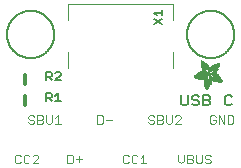
<source format=gbr>
G04 EAGLE Gerber RS-274X export*
G75*
%MOMM*%
%FSLAX34Y34*%
%LPD*%
%INSilkscreen Top*%
%IPPOS*%
%AMOC8*
5,1,8,0,0,1.08239X$1,22.5*%
G01*
%ADD10C,0.101600*%
%ADD11C,0.152400*%
%ADD12C,0.203200*%
%ADD13R,0.034300X0.003800*%
%ADD14R,0.057200X0.003800*%
%ADD15R,0.076200X0.003800*%
%ADD16R,0.091400X0.003800*%
%ADD17R,0.102900X0.003800*%
%ADD18R,0.114300X0.003900*%
%ADD19R,0.129500X0.003800*%
%ADD20R,0.137200X0.003800*%
%ADD21R,0.144800X0.003800*%
%ADD22R,0.152400X0.003800*%
%ADD23R,0.160000X0.003800*%
%ADD24R,0.171500X0.003800*%
%ADD25R,0.175300X0.003800*%
%ADD26R,0.182900X0.003800*%
%ADD27R,0.190500X0.003800*%
%ADD28R,0.194300X0.003900*%
%ADD29R,0.201900X0.003800*%
%ADD30R,0.209500X0.003800*%
%ADD31R,0.213400X0.003800*%
%ADD32R,0.221000X0.003800*%
%ADD33R,0.224800X0.003800*%
%ADD34R,0.232400X0.003800*%
%ADD35R,0.240000X0.003800*%
%ADD36R,0.243800X0.003800*%
%ADD37R,0.247600X0.003800*%
%ADD38R,0.255300X0.003900*%
%ADD39R,0.259100X0.003800*%
%ADD40R,0.262900X0.003800*%
%ADD41R,0.270500X0.003800*%
%ADD42R,0.274300X0.003800*%
%ADD43R,0.281900X0.003800*%
%ADD44R,0.285700X0.003800*%
%ADD45R,0.289500X0.003800*%
%ADD46R,0.297200X0.003800*%
%ADD47R,0.301000X0.003800*%
%ADD48R,0.304800X0.003900*%
%ADD49R,0.312400X0.003800*%
%ADD50R,0.316200X0.003800*%
%ADD51R,0.320000X0.003800*%
%ADD52R,0.327600X0.003800*%
%ADD53R,0.331500X0.003800*%
%ADD54R,0.339100X0.003800*%
%ADD55R,0.342900X0.003800*%
%ADD56R,0.346700X0.003800*%
%ADD57R,0.354300X0.003800*%
%ADD58R,0.358100X0.003900*%
%ADD59R,0.361900X0.003800*%
%ADD60R,0.369600X0.003800*%
%ADD61R,0.373400X0.003800*%
%ADD62R,0.377200X0.003800*%
%ADD63R,0.384800X0.003800*%
%ADD64R,0.388600X0.003800*%
%ADD65R,0.396200X0.003800*%
%ADD66R,0.400000X0.003800*%
%ADD67R,0.403800X0.003800*%
%ADD68R,0.411500X0.003900*%
%ADD69R,0.415300X0.003800*%
%ADD70R,0.419100X0.003800*%
%ADD71R,0.045700X0.003800*%
%ADD72R,0.426700X0.003800*%
%ADD73R,0.072400X0.003800*%
%ADD74R,0.430500X0.003800*%
%ADD75R,0.095300X0.003800*%
%ADD76R,0.438100X0.003800*%
%ADD77R,0.110500X0.003800*%
%ADD78R,0.441900X0.003800*%
%ADD79R,0.445800X0.003800*%
%ADD80R,0.144700X0.003800*%
%ADD81R,0.453400X0.003800*%
%ADD82R,0.457200X0.003800*%
%ADD83R,0.175300X0.003900*%
%ADD84R,0.461000X0.003900*%
%ADD85R,0.468600X0.003800*%
%ADD86R,0.205800X0.003800*%
%ADD87R,0.472400X0.003800*%
%ADD88R,0.217200X0.003800*%
%ADD89R,0.476200X0.003800*%
%ADD90R,0.483900X0.003800*%
%ADD91R,0.247700X0.003800*%
%ADD92R,0.487700X0.003800*%
%ADD93R,0.495300X0.003800*%
%ADD94R,0.499100X0.003800*%
%ADD95R,0.502900X0.003800*%
%ADD96R,0.510500X0.003800*%
%ADD97R,0.308600X0.003900*%
%ADD98R,0.514300X0.003900*%
%ADD99R,0.323800X0.003800*%
%ADD100R,0.518100X0.003800*%
%ADD101R,0.335300X0.003800*%
%ADD102R,0.525800X0.003800*%
%ADD103R,0.529600X0.003800*%
%ADD104R,0.358100X0.003800*%
%ADD105R,0.533400X0.003800*%
%ADD106R,0.537200X0.003800*%
%ADD107R,0.381000X0.003800*%
%ADD108R,0.544800X0.003800*%
%ADD109R,0.392400X0.003800*%
%ADD110R,0.548600X0.003800*%
%ADD111R,0.552400X0.003800*%
%ADD112R,0.556200X0.003800*%
%ADD113R,0.422900X0.003900*%
%ADD114R,0.560100X0.003900*%
%ADD115R,0.434300X0.003800*%
%ADD116R,0.563900X0.003800*%
%ADD117R,0.567700X0.003800*%
%ADD118R,0.461000X0.003800*%
%ADD119R,0.571500X0.003800*%
%ADD120R,0.575300X0.003800*%
%ADD121R,0.480100X0.003800*%
%ADD122R,0.579100X0.003800*%
%ADD123R,0.491500X0.003800*%
%ADD124R,0.582900X0.003800*%
%ADD125R,0.586700X0.003800*%
%ADD126R,0.510600X0.003800*%
%ADD127R,0.590500X0.003800*%
%ADD128R,0.522000X0.003800*%
%ADD129R,0.594300X0.003800*%
%ADD130R,0.533400X0.003900*%
%ADD131R,0.598200X0.003900*%
%ADD132R,0.541000X0.003800*%
%ADD133R,0.602000X0.003800*%
%ADD134R,0.552500X0.003800*%
%ADD135R,0.605800X0.003800*%
%ADD136R,0.560100X0.003800*%
%ADD137R,0.609600X0.003800*%
%ADD138R,0.613400X0.003800*%
%ADD139R,0.583000X0.003800*%
%ADD140R,0.617200X0.003800*%
%ADD141R,0.594400X0.003800*%
%ADD142R,0.621000X0.003800*%
%ADD143R,0.598200X0.003800*%
%ADD144R,0.624800X0.003800*%
%ADD145R,0.613500X0.003900*%
%ADD146R,0.628600X0.003900*%
%ADD147R,0.632400X0.003800*%
%ADD148R,0.628600X0.003800*%
%ADD149R,0.636300X0.003800*%
%ADD150R,0.640100X0.003800*%
%ADD151R,0.636200X0.003800*%
%ADD152R,0.643900X0.003800*%
%ADD153R,0.647700X0.003800*%
%ADD154R,0.651500X0.003800*%
%ADD155R,0.659100X0.003800*%
%ADD156R,0.659100X0.003900*%
%ADD157R,0.655300X0.003900*%
%ADD158R,0.662900X0.003800*%
%ADD159R,0.655300X0.003800*%
%ADD160R,0.670500X0.003800*%
%ADD161R,0.670600X0.003800*%
%ADD162R,0.674400X0.003800*%
%ADD163R,0.682000X0.003800*%
%ADD164R,0.666700X0.003800*%
%ADD165R,0.685800X0.003800*%
%ADD166R,0.689600X0.003800*%
%ADD167R,0.693400X0.003900*%
%ADD168R,0.674400X0.003900*%
%ADD169R,0.697200X0.003800*%
%ADD170R,0.678200X0.003800*%
%ADD171R,0.697300X0.003800*%
%ADD172R,0.701100X0.003800*%
%ADD173R,0.704900X0.003800*%
%ADD174R,0.708700X0.003800*%
%ADD175R,0.712500X0.003800*%
%ADD176R,0.716300X0.003800*%
%ADD177R,0.720100X0.003900*%
%ADD178R,0.689600X0.003900*%
%ADD179R,0.720000X0.003800*%
%ADD180R,0.693400X0.003800*%
%ADD181R,0.723900X0.003800*%
%ADD182R,0.727700X0.003800*%
%ADD183R,0.731500X0.003800*%
%ADD184R,0.701000X0.003800*%
%ADD185R,0.735300X0.003800*%
%ADD186R,0.731500X0.003900*%
%ADD187R,0.701000X0.003900*%
%ADD188R,0.704800X0.003800*%
%ADD189R,0.739100X0.003800*%
%ADD190R,0.743000X0.003800*%
%ADD191R,0.739200X0.003800*%
%ADD192R,0.743000X0.003900*%
%ADD193R,0.704800X0.003900*%
%ADD194R,0.746800X0.003800*%
%ADD195R,0.746800X0.003900*%
%ADD196R,0.742900X0.003800*%
%ADD197R,0.746700X0.003800*%
%ADD198R,0.746700X0.003900*%
%ADD199R,1.428800X0.003800*%
%ADD200R,1.424900X0.003800*%
%ADD201R,1.421100X0.003900*%
%ADD202R,1.421100X0.003800*%
%ADD203R,1.417300X0.003800*%
%ADD204R,1.413500X0.003800*%
%ADD205R,1.409700X0.003800*%
%ADD206R,1.405900X0.003800*%
%ADD207R,1.402100X0.003800*%
%ADD208R,1.398300X0.003800*%
%ADD209R,0.983000X0.003900*%
%ADD210R,0.384800X0.003900*%
%ADD211R,0.971600X0.003800*%
%ADD212R,0.963900X0.003800*%
%ADD213R,0.956300X0.003800*%
%ADD214R,0.365800X0.003800*%
%ADD215R,0.952500X0.003800*%
%ADD216R,0.941000X0.003800*%
%ADD217R,0.358200X0.003800*%
%ADD218R,0.937200X0.003800*%
%ADD219R,0.933400X0.003800*%
%ADD220R,0.354400X0.003800*%
%ADD221R,0.925800X0.003800*%
%ADD222R,0.350500X0.003800*%
%ADD223R,0.922000X0.003800*%
%ADD224R,0.918200X0.003900*%
%ADD225R,0.346700X0.003900*%
%ADD226R,0.910600X0.003800*%
%ADD227R,0.906800X0.003800*%
%ADD228R,0.903000X0.003800*%
%ADD229R,0.339000X0.003800*%
%ADD230R,0.895300X0.003800*%
%ADD231R,0.335200X0.003800*%
%ADD232R,0.887700X0.003800*%
%ADD233R,0.883900X0.003800*%
%ADD234R,0.331400X0.003800*%
%ADD235R,0.880100X0.003800*%
%ADD236R,0.876300X0.003800*%
%ADD237R,0.468600X0.003900*%
%ADD238R,0.396200X0.003900*%
%ADD239R,0.323800X0.003900*%
%ADD240R,0.449600X0.003800*%
%ADD241R,0.323900X0.003800*%
%ADD242R,0.442000X0.003800*%
%ADD243R,0.434400X0.003800*%
%ADD244R,0.320100X0.003800*%
%ADD245R,0.316300X0.003800*%
%ADD246R,0.426800X0.003800*%
%ADD247R,0.327700X0.003800*%
%ADD248R,0.312500X0.003800*%
%ADD249R,0.422900X0.003800*%
%ADD250R,0.308600X0.003800*%
%ADD251R,0.293400X0.003800*%
%ADD252R,0.304800X0.003800*%
%ADD253R,0.419100X0.003900*%
%ADD254R,0.285700X0.003900*%
%ADD255R,0.301000X0.003900*%
%ADD256R,0.411500X0.003800*%
%ADD257R,0.407700X0.003800*%
%ADD258R,0.289600X0.003800*%
%ADD259R,0.285800X0.003800*%
%ADD260R,0.403900X0.003800*%
%ADD261R,0.228600X0.003800*%
%ADD262R,0.403900X0.003900*%
%ADD263R,0.221000X0.003900*%
%ADD264R,0.278100X0.003900*%
%ADD265R,0.400100X0.003800*%
%ADD266R,0.209600X0.003800*%
%ADD267R,0.266700X0.003800*%
%ADD268R,0.038100X0.003800*%
%ADD269R,0.194300X0.003800*%
%ADD270R,0.148600X0.003800*%
%ADD271R,0.259000X0.003800*%
%ADD272R,0.182800X0.003800*%
%ADD273R,0.186700X0.003800*%
%ADD274R,0.251400X0.003800*%
%ADD275R,0.179100X0.003800*%
%ADD276R,0.236200X0.003800*%
%ADD277R,0.243900X0.003900*%
%ADD278R,0.282000X0.003900*%
%ADD279R,0.167700X0.003800*%
%ADD280R,0.236300X0.003800*%
%ADD281R,0.396300X0.003800*%
%ADD282R,0.163900X0.003800*%
%ADD283R,0.392500X0.003800*%
%ADD284R,0.160100X0.003800*%
%ADD285R,0.586800X0.003800*%
%ADD286R,0.148500X0.003800*%
%ADD287R,0.140900X0.003800*%
%ADD288R,0.392400X0.003900*%
%ADD289R,0.140900X0.003900*%
%ADD290R,0.647700X0.003900*%
%ADD291R,0.133300X0.003800*%
%ADD292R,0.674300X0.003800*%
%ADD293R,0.388700X0.003800*%
%ADD294R,0.125700X0.003800*%
%ADD295R,0.121900X0.003800*%
%ADD296R,0.720100X0.003800*%
%ADD297R,0.118100X0.003800*%
%ADD298R,0.118100X0.003900*%
%ADD299R,0.739100X0.003900*%
%ADD300R,0.114300X0.003800*%
%ADD301R,0.754400X0.003800*%
%ADD302R,0.765800X0.003800*%
%ADD303R,0.773400X0.003800*%
%ADD304R,0.784800X0.003800*%
%ADD305R,0.118200X0.003800*%
%ADD306R,0.792500X0.003800*%
%ADD307R,0.803900X0.003800*%
%ADD308R,0.122000X0.003800*%
%ADD309R,0.815400X0.003800*%
%ADD310R,0.125800X0.003800*%
%ADD311R,0.826800X0.003800*%
%ADD312R,0.369500X0.003900*%
%ADD313R,0.133400X0.003900*%
%ADD314R,0.842000X0.003900*%
%ADD315R,0.365700X0.003800*%
%ADD316R,1.009700X0.003800*%
%ADD317R,1.013500X0.003800*%
%ADD318R,0.362000X0.003800*%
%ADD319R,1.024900X0.003800*%
%ADD320R,1.028700X0.003800*%
%ADD321R,1.036300X0.003800*%
%ADD322R,1.047800X0.003800*%
%ADD323R,1.055400X0.003800*%
%ADD324R,1.070600X0.003800*%
%ADD325R,0.030500X0.003800*%
%ADD326R,1.436400X0.003800*%
%ADD327R,1.562100X0.003900*%
%ADD328R,1.588700X0.003800*%
%ADD329R,1.607800X0.003800*%
%ADD330R,1.626900X0.003800*%
%ADD331R,1.642100X0.003800*%
%ADD332R,1.657400X0.003800*%
%ADD333R,1.676400X0.003800*%
%ADD334R,1.687800X0.003800*%
%ADD335R,1.703000X0.003800*%
%ADD336R,1.714500X0.003800*%
%ADD337R,1.726000X0.003900*%
%ADD338R,1.741200X0.003800*%
%ADD339R,0.914400X0.003800*%
%ADD340R,0.769600X0.003800*%
%ADD341R,0.884000X0.003800*%
%ADD342R,0.712400X0.003800*%
%ADD343R,0.880100X0.003900*%
%ADD344R,0.887800X0.003800*%
%ADD345R,0.891600X0.003800*%
%ADD346R,0.895400X0.003800*%
%ADD347R,0.251500X0.003800*%
%ADD348R,0.579200X0.003900*%
%ADD349R,0.243900X0.003800*%
%ADD350R,0.556300X0.003800*%
%ADD351R,0.255200X0.003800*%
%ADD352R,0.529500X0.003800*%
%ADD353R,0.731600X0.003800*%
%ADD354R,0.525800X0.003900*%
%ADD355R,0.281900X0.003900*%
%ADD356R,0.735400X0.003900*%
%ADD357R,0.300900X0.003800*%
%ADD358R,0.762000X0.003800*%
%ADD359R,0.518200X0.003800*%
%ADD360R,0.350600X0.003800*%
%ADD361R,0.796300X0.003800*%
%ADD362R,0.807800X0.003800*%
%ADD363R,0.506700X0.003800*%
%ADD364R,0.849600X0.003800*%
%ADD365R,0.506700X0.003900*%
%ADD366R,1.371600X0.003900*%
%ADD367R,1.207800X0.003800*%
%ADD368R,0.503000X0.003800*%
%ADD369R,0.141000X0.003800*%
%ADD370R,1.203900X0.003800*%
%ADD371R,1.204000X0.003800*%
%ADD372R,1.200200X0.003800*%
%ADD373R,0.499100X0.003900*%
%ADD374R,0.156200X0.003900*%
%ADD375R,1.196400X0.003900*%
%ADD376R,1.196400X0.003800*%
%ADD377R,0.163800X0.003800*%
%ADD378R,0.167600X0.003800*%
%ADD379R,1.192500X0.003800*%
%ADD380R,0.499200X0.003800*%
%ADD381R,1.188700X0.003800*%
%ADD382R,0.506800X0.003800*%
%ADD383R,1.184900X0.003800*%
%ADD384R,0.510600X0.003900*%
%ADD385R,0.209600X0.003900*%
%ADD386R,1.181100X0.003900*%
%ADD387R,0.514400X0.003800*%
%ADD388R,1.181100X0.003800*%
%ADD389R,1.177300X0.003800*%
%ADD390R,0.240100X0.003800*%
%ADD391R,1.173500X0.003800*%
%ADD392R,1.169700X0.003800*%
%ADD393R,1.165900X0.003800*%
%ADD394R,1.162100X0.003800*%
%ADD395R,0.929700X0.003900*%
%ADD396R,1.162100X0.003900*%
%ADD397R,0.929700X0.003800*%
%ADD398R,1.154500X0.003800*%
%ADD399R,0.933500X0.003800*%
%ADD400R,1.150600X0.003800*%
%ADD401R,0.937300X0.003800*%
%ADD402R,1.146800X0.003800*%
%ADD403R,0.941100X0.003800*%
%ADD404R,1.139200X0.003800*%
%ADD405R,0.944900X0.003800*%
%ADD406R,1.135400X0.003800*%
%ADD407R,0.948700X0.003800*%
%ADD408R,1.127800X0.003800*%
%ADD409R,1.124000X0.003800*%
%ADD410R,1.116400X0.003800*%
%ADD411R,0.956300X0.003900*%
%ADD412R,1.104900X0.003900*%
%ADD413R,0.960100X0.003800*%
%ADD414R,1.093500X0.003800*%
%ADD415R,1.085900X0.003800*%
%ADD416R,0.967800X0.003800*%
%ADD417R,1.074500X0.003800*%
%ADD418R,1.063000X0.003800*%
%ADD419R,0.975400X0.003800*%
%ADD420R,1.036400X0.003800*%
%ADD421R,0.979200X0.003800*%
%ADD422R,1.021000X0.003800*%
%ADD423R,0.983000X0.003800*%
%ADD424R,1.009600X0.003800*%
%ADD425R,0.986800X0.003800*%
%ADD426R,0.998200X0.003800*%
%ADD427R,0.990600X0.003900*%
%ADD428R,0.986700X0.003900*%
%ADD429R,0.994400X0.003800*%
%ADD430R,0.975300X0.003800*%
%ADD431R,0.948600X0.003800*%
%ADD432R,1.002000X0.003800*%
%ADD433R,0.213300X0.003800*%
%ADD434R,0.217100X0.003800*%
%ADD435R,1.017300X0.003800*%
%ADD436R,0.666800X0.003800*%
%ADD437R,0.220900X0.003800*%
%ADD438R,1.028700X0.003900*%
%ADD439R,0.224700X0.003900*%
%ADD440R,1.032500X0.003800*%
%ADD441R,1.040100X0.003800*%
%ADD442R,1.043900X0.003800*%
%ADD443R,0.548700X0.003800*%
%ADD444R,1.051500X0.003800*%
%ADD445R,1.055300X0.003800*%
%ADD446R,1.059100X0.003800*%
%ADD447R,1.062900X0.003800*%
%ADD448R,0.255300X0.003800*%
%ADD449R,1.066800X0.003900*%
%ADD450R,0.259100X0.003900*%
%ADD451R,0.457200X0.003900*%
%ADD452R,0.423000X0.003800*%
%ADD453R,1.082100X0.003800*%
%ADD454R,0.274400X0.003800*%
%ADD455R,0.278200X0.003800*%
%ADD456R,1.101100X0.003800*%
%ADD457R,0.278100X0.003800*%
%ADD458R,0.876300X0.003900*%
%ADD459R,0.236200X0.003900*%
%ADD460R,0.289600X0.003900*%
%ADD461R,0.247700X0.003900*%
%ADD462R,0.049500X0.003800*%
%ADD463R,0.640100X0.003900*%
%ADD464R,0.659200X0.003800*%
%ADD465R,0.663000X0.003800*%
%ADD466R,0.872500X0.003900*%
%ADD467R,0.666800X0.003900*%
%ADD468R,0.872500X0.003800*%
%ADD469R,0.868700X0.003800*%
%ADD470R,0.864900X0.003800*%
%ADD471R,0.861100X0.003800*%
%ADD472R,0.857300X0.003800*%
%ADD473R,0.853400X0.003800*%
%ADD474R,0.845800X0.003800*%
%ADD475R,0.682000X0.003900*%
%ADD476R,0.842000X0.003800*%
%ADD477R,0.834400X0.003800*%
%ADD478R,0.823000X0.003800*%
%ADD479R,0.815300X0.003800*%
%ADD480R,0.811500X0.003800*%
%ADD481R,0.788700X0.003800*%
%ADD482R,0.777300X0.003900*%
%ADD483R,0.750600X0.003800*%
%ADD484R,0.735400X0.003800*%
%ADD485R,0.727800X0.003800*%
%ADD486R,0.628700X0.003800*%
%ADD487R,0.575400X0.003800*%
%ADD488R,0.670600X0.003900*%
%ADD489R,0.655400X0.003800*%
%ADD490R,0.651500X0.003900*%
%ADD491R,0.624800X0.003900*%
%ADD492R,0.594400X0.003900*%
%ADD493R,0.563900X0.003900*%
%ADD494R,0.541100X0.003800*%
%ADD495R,0.537300X0.003800*%
%ADD496R,0.525700X0.003800*%
%ADD497R,0.525700X0.003900*%
%ADD498R,0.514300X0.003800*%
%ADD499R,0.480100X0.003900*%
%ADD500R,0.464800X0.003800*%
%ADD501R,0.442000X0.003900*%
%ADD502R,0.438200X0.003800*%
%ADD503R,0.430600X0.003800*%
%ADD504R,0.407600X0.003800*%
%ADD505R,0.403800X0.003900*%
%ADD506R,0.365700X0.003900*%
%ADD507R,0.327700X0.003900*%
%ADD508R,0.243800X0.003900*%
%ADD509R,0.205800X0.003900*%
%ADD510R,0.198100X0.003800*%
%ADD511R,0.163800X0.003900*%
%ADD512R,0.137100X0.003800*%
%ADD513R,0.091500X0.003900*%
%ADD514R,0.060900X0.003800*%
%ADD515C,0.304800*%


D10*
X150640Y12198D02*
X150640Y7453D01*
X153012Y5080D01*
X155385Y7453D01*
X155385Y12198D01*
X158124Y12198D02*
X158124Y5080D01*
X158124Y12198D02*
X161683Y12198D01*
X162869Y11012D01*
X162869Y9825D01*
X161683Y8639D01*
X162869Y7453D01*
X162869Y6266D01*
X161683Y5080D01*
X158124Y5080D01*
X158124Y8639D02*
X161683Y8639D01*
X165608Y6266D02*
X165608Y12198D01*
X165608Y6266D02*
X166794Y5080D01*
X169167Y5080D01*
X170353Y6266D01*
X170353Y12198D01*
X176651Y12198D02*
X177838Y11012D01*
X176651Y12198D02*
X174279Y12198D01*
X173092Y11012D01*
X173092Y9825D01*
X174279Y8639D01*
X176651Y8639D01*
X177838Y7453D01*
X177838Y6266D01*
X176651Y5080D01*
X174279Y5080D01*
X173092Y6266D01*
X81924Y38608D02*
X81924Y45726D01*
X81924Y38608D02*
X85483Y38608D01*
X86669Y39794D01*
X86669Y44540D01*
X85483Y45726D01*
X81924Y45726D01*
X89408Y42167D02*
X94153Y42167D01*
X56524Y12198D02*
X56524Y5080D01*
X60083Y5080D01*
X61269Y6266D01*
X61269Y11012D01*
X60083Y12198D01*
X56524Y12198D01*
X64008Y8639D02*
X68753Y8639D01*
X66381Y11012D02*
X66381Y6266D01*
X128799Y45726D02*
X129985Y44540D01*
X128799Y45726D02*
X126426Y45726D01*
X125240Y44540D01*
X125240Y43353D01*
X126426Y42167D01*
X128799Y42167D01*
X129985Y40981D01*
X129985Y39794D01*
X128799Y38608D01*
X126426Y38608D01*
X125240Y39794D01*
X132724Y38608D02*
X132724Y45726D01*
X136283Y45726D01*
X137469Y44540D01*
X137469Y43353D01*
X136283Y42167D01*
X137469Y40981D01*
X137469Y39794D01*
X136283Y38608D01*
X132724Y38608D01*
X132724Y42167D02*
X136283Y42167D01*
X140208Y39794D02*
X140208Y45726D01*
X140208Y39794D02*
X141394Y38608D01*
X143767Y38608D01*
X144953Y39794D01*
X144953Y45726D01*
X147692Y38608D02*
X152438Y38608D01*
X152438Y43353D02*
X147692Y38608D01*
X152438Y43353D02*
X152438Y44540D01*
X151251Y45726D01*
X148879Y45726D01*
X147692Y44540D01*
X108327Y11012D02*
X107141Y12198D01*
X104768Y12198D01*
X103582Y11012D01*
X103582Y6266D01*
X104768Y5080D01*
X107141Y5080D01*
X108327Y6266D01*
X114625Y12198D02*
X115811Y11012D01*
X114625Y12198D02*
X112252Y12198D01*
X111066Y11012D01*
X111066Y6266D01*
X112252Y5080D01*
X114625Y5080D01*
X115811Y6266D01*
X118550Y9825D02*
X120923Y12198D01*
X120923Y5080D01*
X123295Y5080D02*
X118550Y5080D01*
X180801Y45726D02*
X181987Y44540D01*
X180801Y45726D02*
X178428Y45726D01*
X177242Y44540D01*
X177242Y39794D01*
X178428Y38608D01*
X180801Y38608D01*
X181987Y39794D01*
X181987Y42167D01*
X179614Y42167D01*
X184726Y38608D02*
X184726Y45726D01*
X189471Y38608D01*
X189471Y45726D01*
X192210Y45726D02*
X192210Y38608D01*
X195769Y38608D01*
X196955Y39794D01*
X196955Y44540D01*
X195769Y45726D01*
X192210Y45726D01*
D11*
X152634Y55543D02*
X152634Y62745D01*
X152634Y55543D02*
X154075Y54102D01*
X156956Y54102D01*
X158396Y55543D01*
X158396Y62745D01*
X166311Y62745D02*
X167751Y61305D01*
X166311Y62745D02*
X163430Y62745D01*
X161989Y61305D01*
X161989Y59864D01*
X163430Y58424D01*
X166311Y58424D01*
X167751Y56983D01*
X167751Y55543D01*
X166311Y54102D01*
X163430Y54102D01*
X161989Y55543D01*
X171344Y54102D02*
X171344Y62745D01*
X175666Y62745D01*
X177107Y61305D01*
X177107Y59864D01*
X175666Y58424D01*
X177107Y56983D01*
X177107Y55543D01*
X175666Y54102D01*
X171344Y54102D01*
X171344Y58424D02*
X175666Y58424D01*
X194376Y62745D02*
X195817Y61305D01*
X194376Y62745D02*
X191495Y62745D01*
X190055Y61305D01*
X190055Y55543D01*
X191495Y54102D01*
X194376Y54102D01*
X195817Y55543D01*
D10*
X28385Y44540D02*
X27199Y45726D01*
X24826Y45726D01*
X23640Y44540D01*
X23640Y43353D01*
X24826Y42167D01*
X27199Y42167D01*
X28385Y40981D01*
X28385Y39794D01*
X27199Y38608D01*
X24826Y38608D01*
X23640Y39794D01*
X31124Y38608D02*
X31124Y45726D01*
X34683Y45726D01*
X35869Y44540D01*
X35869Y43353D01*
X34683Y42167D01*
X35869Y40981D01*
X35869Y39794D01*
X34683Y38608D01*
X31124Y38608D01*
X31124Y42167D02*
X34683Y42167D01*
X38608Y39794D02*
X38608Y45726D01*
X38608Y39794D02*
X39794Y38608D01*
X42167Y38608D01*
X43353Y39794D01*
X43353Y45726D01*
X46092Y43353D02*
X48465Y45726D01*
X48465Y38608D01*
X46092Y38608D02*
X50838Y38608D01*
X16887Y11012D02*
X15701Y12198D01*
X13328Y12198D01*
X12142Y11012D01*
X12142Y6266D01*
X13328Y5080D01*
X15701Y5080D01*
X16887Y6266D01*
X23185Y12198D02*
X24371Y11012D01*
X23185Y12198D02*
X20812Y12198D01*
X19626Y11012D01*
X19626Y6266D01*
X20812Y5080D01*
X23185Y5080D01*
X24371Y6266D01*
X27110Y5080D02*
X31855Y5080D01*
X27110Y5080D02*
X31855Y9825D01*
X31855Y11012D01*
X30669Y12198D01*
X28296Y12198D01*
X27110Y11012D01*
D12*
X157800Y114300D02*
X157806Y114791D01*
X157824Y115281D01*
X157854Y115771D01*
X157896Y116260D01*
X157950Y116748D01*
X158016Y117235D01*
X158094Y117719D01*
X158184Y118202D01*
X158286Y118682D01*
X158399Y119160D01*
X158524Y119634D01*
X158661Y120106D01*
X158809Y120574D01*
X158969Y121038D01*
X159140Y121498D01*
X159322Y121954D01*
X159516Y122405D01*
X159720Y122851D01*
X159936Y123292D01*
X160162Y123728D01*
X160398Y124158D01*
X160645Y124582D01*
X160903Y125000D01*
X161171Y125411D01*
X161448Y125816D01*
X161736Y126214D01*
X162033Y126605D01*
X162340Y126988D01*
X162656Y127363D01*
X162981Y127731D01*
X163315Y128091D01*
X163658Y128442D01*
X164009Y128785D01*
X164369Y129119D01*
X164737Y129444D01*
X165112Y129760D01*
X165495Y130067D01*
X165886Y130364D01*
X166284Y130652D01*
X166689Y130929D01*
X167100Y131197D01*
X167518Y131455D01*
X167942Y131702D01*
X168372Y131938D01*
X168808Y132164D01*
X169249Y132380D01*
X169695Y132584D01*
X170146Y132778D01*
X170602Y132960D01*
X171062Y133131D01*
X171526Y133291D01*
X171994Y133439D01*
X172466Y133576D01*
X172940Y133701D01*
X173418Y133814D01*
X173898Y133916D01*
X174381Y134006D01*
X174865Y134084D01*
X175352Y134150D01*
X175840Y134204D01*
X176329Y134246D01*
X176819Y134276D01*
X177309Y134294D01*
X177800Y134300D01*
X178291Y134294D01*
X178781Y134276D01*
X179271Y134246D01*
X179760Y134204D01*
X180248Y134150D01*
X180735Y134084D01*
X181219Y134006D01*
X181702Y133916D01*
X182182Y133814D01*
X182660Y133701D01*
X183134Y133576D01*
X183606Y133439D01*
X184074Y133291D01*
X184538Y133131D01*
X184998Y132960D01*
X185454Y132778D01*
X185905Y132584D01*
X186351Y132380D01*
X186792Y132164D01*
X187228Y131938D01*
X187658Y131702D01*
X188082Y131455D01*
X188500Y131197D01*
X188911Y130929D01*
X189316Y130652D01*
X189714Y130364D01*
X190105Y130067D01*
X190488Y129760D01*
X190863Y129444D01*
X191231Y129119D01*
X191591Y128785D01*
X191942Y128442D01*
X192285Y128091D01*
X192619Y127731D01*
X192944Y127363D01*
X193260Y126988D01*
X193567Y126605D01*
X193864Y126214D01*
X194152Y125816D01*
X194429Y125411D01*
X194697Y125000D01*
X194955Y124582D01*
X195202Y124158D01*
X195438Y123728D01*
X195664Y123292D01*
X195880Y122851D01*
X196084Y122405D01*
X196278Y121954D01*
X196460Y121498D01*
X196631Y121038D01*
X196791Y120574D01*
X196939Y120106D01*
X197076Y119634D01*
X197201Y119160D01*
X197314Y118682D01*
X197416Y118202D01*
X197506Y117719D01*
X197584Y117235D01*
X197650Y116748D01*
X197704Y116260D01*
X197746Y115771D01*
X197776Y115281D01*
X197794Y114791D01*
X197800Y114300D01*
X197794Y113809D01*
X197776Y113319D01*
X197746Y112829D01*
X197704Y112340D01*
X197650Y111852D01*
X197584Y111365D01*
X197506Y110881D01*
X197416Y110398D01*
X197314Y109918D01*
X197201Y109440D01*
X197076Y108966D01*
X196939Y108494D01*
X196791Y108026D01*
X196631Y107562D01*
X196460Y107102D01*
X196278Y106646D01*
X196084Y106195D01*
X195880Y105749D01*
X195664Y105308D01*
X195438Y104872D01*
X195202Y104442D01*
X194955Y104018D01*
X194697Y103600D01*
X194429Y103189D01*
X194152Y102784D01*
X193864Y102386D01*
X193567Y101995D01*
X193260Y101612D01*
X192944Y101237D01*
X192619Y100869D01*
X192285Y100509D01*
X191942Y100158D01*
X191591Y99815D01*
X191231Y99481D01*
X190863Y99156D01*
X190488Y98840D01*
X190105Y98533D01*
X189714Y98236D01*
X189316Y97948D01*
X188911Y97671D01*
X188500Y97403D01*
X188082Y97145D01*
X187658Y96898D01*
X187228Y96662D01*
X186792Y96436D01*
X186351Y96220D01*
X185905Y96016D01*
X185454Y95822D01*
X184998Y95640D01*
X184538Y95469D01*
X184074Y95309D01*
X183606Y95161D01*
X183134Y95024D01*
X182660Y94899D01*
X182182Y94786D01*
X181702Y94684D01*
X181219Y94594D01*
X180735Y94516D01*
X180248Y94450D01*
X179760Y94396D01*
X179271Y94354D01*
X178781Y94324D01*
X178291Y94306D01*
X177800Y94300D01*
X177309Y94306D01*
X176819Y94324D01*
X176329Y94354D01*
X175840Y94396D01*
X175352Y94450D01*
X174865Y94516D01*
X174381Y94594D01*
X173898Y94684D01*
X173418Y94786D01*
X172940Y94899D01*
X172466Y95024D01*
X171994Y95161D01*
X171526Y95309D01*
X171062Y95469D01*
X170602Y95640D01*
X170146Y95822D01*
X169695Y96016D01*
X169249Y96220D01*
X168808Y96436D01*
X168372Y96662D01*
X167942Y96898D01*
X167518Y97145D01*
X167100Y97403D01*
X166689Y97671D01*
X166284Y97948D01*
X165886Y98236D01*
X165495Y98533D01*
X165112Y98840D01*
X164737Y99156D01*
X164369Y99481D01*
X164009Y99815D01*
X163658Y100158D01*
X163315Y100509D01*
X162981Y100869D01*
X162656Y101237D01*
X162340Y101612D01*
X162033Y101995D01*
X161736Y102386D01*
X161448Y102784D01*
X161171Y103189D01*
X160903Y103600D01*
X160645Y104018D01*
X160398Y104442D01*
X160162Y104872D01*
X159936Y105308D01*
X159720Y105749D01*
X159516Y106195D01*
X159322Y106646D01*
X159140Y107102D01*
X158969Y107562D01*
X158809Y108026D01*
X158661Y108494D01*
X158524Y108966D01*
X158399Y109440D01*
X158286Y109918D01*
X158184Y110398D01*
X158094Y110881D01*
X158016Y111365D01*
X157950Y111852D01*
X157896Y112340D01*
X157854Y112829D01*
X157824Y113319D01*
X157806Y113809D01*
X157800Y114300D01*
X5400Y114300D02*
X5406Y114791D01*
X5424Y115281D01*
X5454Y115771D01*
X5496Y116260D01*
X5550Y116748D01*
X5616Y117235D01*
X5694Y117719D01*
X5784Y118202D01*
X5886Y118682D01*
X5999Y119160D01*
X6124Y119634D01*
X6261Y120106D01*
X6409Y120574D01*
X6569Y121038D01*
X6740Y121498D01*
X6922Y121954D01*
X7116Y122405D01*
X7320Y122851D01*
X7536Y123292D01*
X7762Y123728D01*
X7998Y124158D01*
X8245Y124582D01*
X8503Y125000D01*
X8771Y125411D01*
X9048Y125816D01*
X9336Y126214D01*
X9633Y126605D01*
X9940Y126988D01*
X10256Y127363D01*
X10581Y127731D01*
X10915Y128091D01*
X11258Y128442D01*
X11609Y128785D01*
X11969Y129119D01*
X12337Y129444D01*
X12712Y129760D01*
X13095Y130067D01*
X13486Y130364D01*
X13884Y130652D01*
X14289Y130929D01*
X14700Y131197D01*
X15118Y131455D01*
X15542Y131702D01*
X15972Y131938D01*
X16408Y132164D01*
X16849Y132380D01*
X17295Y132584D01*
X17746Y132778D01*
X18202Y132960D01*
X18662Y133131D01*
X19126Y133291D01*
X19594Y133439D01*
X20066Y133576D01*
X20540Y133701D01*
X21018Y133814D01*
X21498Y133916D01*
X21981Y134006D01*
X22465Y134084D01*
X22952Y134150D01*
X23440Y134204D01*
X23929Y134246D01*
X24419Y134276D01*
X24909Y134294D01*
X25400Y134300D01*
X25891Y134294D01*
X26381Y134276D01*
X26871Y134246D01*
X27360Y134204D01*
X27848Y134150D01*
X28335Y134084D01*
X28819Y134006D01*
X29302Y133916D01*
X29782Y133814D01*
X30260Y133701D01*
X30734Y133576D01*
X31206Y133439D01*
X31674Y133291D01*
X32138Y133131D01*
X32598Y132960D01*
X33054Y132778D01*
X33505Y132584D01*
X33951Y132380D01*
X34392Y132164D01*
X34828Y131938D01*
X35258Y131702D01*
X35682Y131455D01*
X36100Y131197D01*
X36511Y130929D01*
X36916Y130652D01*
X37314Y130364D01*
X37705Y130067D01*
X38088Y129760D01*
X38463Y129444D01*
X38831Y129119D01*
X39191Y128785D01*
X39542Y128442D01*
X39885Y128091D01*
X40219Y127731D01*
X40544Y127363D01*
X40860Y126988D01*
X41167Y126605D01*
X41464Y126214D01*
X41752Y125816D01*
X42029Y125411D01*
X42297Y125000D01*
X42555Y124582D01*
X42802Y124158D01*
X43038Y123728D01*
X43264Y123292D01*
X43480Y122851D01*
X43684Y122405D01*
X43878Y121954D01*
X44060Y121498D01*
X44231Y121038D01*
X44391Y120574D01*
X44539Y120106D01*
X44676Y119634D01*
X44801Y119160D01*
X44914Y118682D01*
X45016Y118202D01*
X45106Y117719D01*
X45184Y117235D01*
X45250Y116748D01*
X45304Y116260D01*
X45346Y115771D01*
X45376Y115281D01*
X45394Y114791D01*
X45400Y114300D01*
X45394Y113809D01*
X45376Y113319D01*
X45346Y112829D01*
X45304Y112340D01*
X45250Y111852D01*
X45184Y111365D01*
X45106Y110881D01*
X45016Y110398D01*
X44914Y109918D01*
X44801Y109440D01*
X44676Y108966D01*
X44539Y108494D01*
X44391Y108026D01*
X44231Y107562D01*
X44060Y107102D01*
X43878Y106646D01*
X43684Y106195D01*
X43480Y105749D01*
X43264Y105308D01*
X43038Y104872D01*
X42802Y104442D01*
X42555Y104018D01*
X42297Y103600D01*
X42029Y103189D01*
X41752Y102784D01*
X41464Y102386D01*
X41167Y101995D01*
X40860Y101612D01*
X40544Y101237D01*
X40219Y100869D01*
X39885Y100509D01*
X39542Y100158D01*
X39191Y99815D01*
X38831Y99481D01*
X38463Y99156D01*
X38088Y98840D01*
X37705Y98533D01*
X37314Y98236D01*
X36916Y97948D01*
X36511Y97671D01*
X36100Y97403D01*
X35682Y97145D01*
X35258Y96898D01*
X34828Y96662D01*
X34392Y96436D01*
X33951Y96220D01*
X33505Y96016D01*
X33054Y95822D01*
X32598Y95640D01*
X32138Y95469D01*
X31674Y95309D01*
X31206Y95161D01*
X30734Y95024D01*
X30260Y94899D01*
X29782Y94786D01*
X29302Y94684D01*
X28819Y94594D01*
X28335Y94516D01*
X27848Y94450D01*
X27360Y94396D01*
X26871Y94354D01*
X26381Y94324D01*
X25891Y94306D01*
X25400Y94300D01*
X24909Y94306D01*
X24419Y94324D01*
X23929Y94354D01*
X23440Y94396D01*
X22952Y94450D01*
X22465Y94516D01*
X21981Y94594D01*
X21498Y94684D01*
X21018Y94786D01*
X20540Y94899D01*
X20066Y95024D01*
X19594Y95161D01*
X19126Y95309D01*
X18662Y95469D01*
X18202Y95640D01*
X17746Y95822D01*
X17295Y96016D01*
X16849Y96220D01*
X16408Y96436D01*
X15972Y96662D01*
X15542Y96898D01*
X15118Y97145D01*
X14700Y97403D01*
X14289Y97671D01*
X13884Y97948D01*
X13486Y98236D01*
X13095Y98533D01*
X12712Y98840D01*
X12337Y99156D01*
X11969Y99481D01*
X11609Y99815D01*
X11258Y100158D01*
X10915Y100509D01*
X10581Y100869D01*
X10256Y101237D01*
X9940Y101612D01*
X9633Y101995D01*
X9336Y102386D01*
X9048Y102784D01*
X8771Y103189D01*
X8503Y103600D01*
X8245Y104018D01*
X7998Y104442D01*
X7762Y104872D01*
X7536Y105308D01*
X7320Y105749D01*
X7116Y106195D01*
X6922Y106646D01*
X6740Y107102D01*
X6569Y107562D01*
X6409Y108026D01*
X6261Y108494D01*
X6124Y108966D01*
X5999Y109440D01*
X5886Y109918D01*
X5784Y110398D01*
X5694Y110881D01*
X5616Y111365D01*
X5550Y111852D01*
X5496Y112340D01*
X5454Y112829D01*
X5424Y113319D01*
X5406Y113809D01*
X5400Y114300D01*
D10*
X146300Y99700D02*
X146300Y86200D01*
X56900Y86200D02*
X56900Y99700D01*
X56900Y139700D02*
X146300Y139700D01*
X146300Y126200D01*
X56900Y126200D02*
X56900Y139700D01*
D11*
X129856Y122994D02*
X136466Y127400D01*
X136466Y122994D02*
X129856Y127400D01*
X132060Y130478D02*
X129856Y132681D01*
X136466Y132681D01*
X136466Y130478D02*
X136466Y134884D01*
D13*
X170892Y91440D03*
D14*
X170891Y91402D03*
D15*
X170910Y91364D03*
D16*
X170910Y91326D03*
D17*
X170892Y91288D03*
D18*
X170911Y91250D03*
D19*
X170911Y91211D03*
D20*
X170910Y91173D03*
D21*
X170910Y91135D03*
D22*
X170948Y91097D03*
D23*
X170948Y91059D03*
D24*
X170968Y91021D03*
D25*
X170987Y90983D03*
D26*
X170987Y90945D03*
D27*
X171025Y90907D03*
D28*
X171044Y90869D03*
D29*
X171044Y90830D03*
D30*
X171082Y90792D03*
D31*
X171101Y90754D03*
D32*
X171139Y90716D03*
D33*
X171158Y90678D03*
D34*
X171158Y90640D03*
D35*
X171196Y90602D03*
D36*
X171215Y90564D03*
D37*
X171234Y90526D03*
D38*
X171273Y90488D03*
D39*
X171292Y90449D03*
D40*
X171311Y90411D03*
D41*
X171349Y90373D03*
D42*
X171368Y90335D03*
D43*
X171406Y90297D03*
D44*
X171425Y90259D03*
D45*
X171444Y90221D03*
D46*
X171482Y90183D03*
D47*
X171501Y90145D03*
D48*
X171520Y90107D03*
D49*
X171558Y90068D03*
D50*
X171577Y90030D03*
D51*
X171596Y89992D03*
D52*
X171634Y89954D03*
D53*
X171654Y89916D03*
D54*
X171692Y89878D03*
D55*
X171711Y89840D03*
D56*
X171730Y89802D03*
D57*
X171768Y89764D03*
D58*
X171787Y89726D03*
D59*
X171806Y89687D03*
D60*
X171844Y89649D03*
D61*
X171863Y89611D03*
D62*
X171882Y89573D03*
D63*
X171920Y89535D03*
D64*
X171939Y89497D03*
D65*
X171977Y89459D03*
D66*
X171996Y89421D03*
D67*
X172015Y89383D03*
D68*
X172054Y89345D03*
D69*
X172073Y89306D03*
D70*
X172092Y89268D03*
D71*
X184855Y89230D03*
D72*
X172130Y89230D03*
D73*
X184836Y89192D03*
D74*
X172149Y89192D03*
D75*
X184798Y89154D03*
D76*
X172187Y89154D03*
D77*
X184760Y89116D03*
D78*
X172206Y89116D03*
D19*
X184741Y89078D03*
D79*
X172225Y89078D03*
D80*
X184703Y89040D03*
D81*
X172263Y89040D03*
D23*
X184664Y89002D03*
D82*
X172282Y89002D03*
D83*
X184627Y88964D03*
D84*
X172301Y88964D03*
D27*
X184589Y88925D03*
D85*
X172339Y88925D03*
D86*
X184550Y88887D03*
D87*
X172358Y88887D03*
D88*
X184493Y88849D03*
D89*
X172377Y88849D03*
D34*
X184455Y88811D03*
D90*
X172416Y88811D03*
D91*
X184417Y88773D03*
D92*
X172435Y88773D03*
D39*
X184360Y88735D03*
D93*
X172473Y88735D03*
D42*
X184322Y88697D03*
D94*
X172492Y88697D03*
D44*
X184265Y88659D03*
D95*
X172511Y88659D03*
D46*
X184207Y88621D03*
D96*
X172549Y88621D03*
D97*
X184150Y88583D03*
D98*
X172568Y88583D03*
D99*
X184112Y88544D03*
D100*
X172587Y88544D03*
D101*
X184055Y88506D03*
D102*
X172625Y88506D03*
D56*
X183998Y88468D03*
D103*
X172644Y88468D03*
D104*
X183941Y88430D03*
D105*
X172663Y88430D03*
D60*
X183883Y88392D03*
D106*
X172682Y88392D03*
D107*
X183826Y88354D03*
D108*
X172720Y88354D03*
D109*
X183769Y88316D03*
D110*
X172739Y88316D03*
D67*
X183712Y88278D03*
D111*
X172758Y88278D03*
D69*
X183655Y88240D03*
D112*
X172777Y88240D03*
D113*
X183579Y88202D03*
D114*
X172797Y88202D03*
D115*
X183522Y88163D03*
D116*
X172816Y88163D03*
D79*
X183464Y88125D03*
D117*
X172835Y88125D03*
D118*
X183388Y88087D03*
D119*
X172854Y88087D03*
D87*
X183331Y88049D03*
D120*
X172873Y88049D03*
D121*
X183255Y88011D03*
D122*
X172892Y88011D03*
D123*
X183198Y87973D03*
D124*
X172911Y87973D03*
D95*
X183141Y87935D03*
D125*
X172930Y87935D03*
D126*
X183064Y87897D03*
D127*
X172949Y87897D03*
D128*
X183007Y87859D03*
D129*
X172968Y87859D03*
D130*
X182950Y87821D03*
D131*
X172987Y87821D03*
D132*
X182874Y87782D03*
D133*
X173006Y87782D03*
D134*
X182817Y87744D03*
D135*
X173025Y87744D03*
D136*
X182779Y87706D03*
D135*
X173025Y87706D03*
D119*
X182722Y87668D03*
D137*
X173044Y87668D03*
D120*
X182665Y87630D03*
D138*
X173063Y87630D03*
D139*
X182626Y87592D03*
D140*
X173082Y87592D03*
D141*
X182569Y87554D03*
D142*
X173101Y87554D03*
D143*
X182512Y87516D03*
D142*
X173101Y87516D03*
D135*
X182474Y87478D03*
D144*
X173120Y87478D03*
D145*
X182436Y87440D03*
D146*
X173139Y87440D03*
D138*
X182397Y87401D03*
D147*
X173158Y87401D03*
D142*
X182359Y87363D03*
D147*
X173158Y87363D03*
D148*
X182321Y87325D03*
D149*
X173178Y87325D03*
D147*
X182264Y87287D03*
D150*
X173197Y87287D03*
D151*
X182245Y87249D03*
D152*
X173216Y87249D03*
X182207Y87211D03*
X173216Y87211D03*
D153*
X182150Y87173D03*
X173235Y87173D03*
D154*
X182131Y87135D03*
X173254Y87135D03*
D155*
X182093Y87097D03*
D154*
X173254Y87097D03*
D156*
X182055Y87059D03*
D157*
X173273Y87059D03*
D158*
X182036Y87020D03*
D159*
X173273Y87020D03*
D160*
X181998Y86982D03*
D155*
X173292Y86982D03*
D161*
X181959Y86944D03*
D158*
X173311Y86944D03*
D162*
X181940Y86906D03*
D158*
X173311Y86906D03*
D163*
X181902Y86868D03*
D164*
X173330Y86868D03*
D163*
X181864Y86830D03*
D164*
X173330Y86830D03*
D165*
X181845Y86792D03*
D160*
X173349Y86792D03*
D166*
X181826Y86754D03*
D160*
X173349Y86754D03*
D166*
X181788Y86716D03*
D162*
X173368Y86716D03*
D167*
X181769Y86678D03*
D168*
X173368Y86678D03*
D169*
X181750Y86639D03*
D170*
X173387Y86639D03*
D171*
X181712Y86601D03*
D170*
X173387Y86601D03*
D172*
X181693Y86563D03*
D170*
X173387Y86563D03*
D173*
X181674Y86525D03*
D163*
X173406Y86525D03*
D173*
X181636Y86487D03*
D163*
X173406Y86487D03*
D174*
X181617Y86449D03*
D165*
X173425Y86449D03*
D175*
X181598Y86411D03*
D165*
X173425Y86411D03*
D175*
X181560Y86373D03*
D165*
X173425Y86373D03*
D176*
X181541Y86335D03*
D166*
X173444Y86335D03*
D177*
X181522Y86297D03*
D178*
X173444Y86297D03*
D179*
X181483Y86258D03*
D180*
X173463Y86258D03*
D181*
X181464Y86220D03*
D180*
X173463Y86220D03*
D181*
X181464Y86182D03*
D180*
X173463Y86182D03*
D181*
X181426Y86144D03*
D180*
X173463Y86144D03*
D182*
X181407Y86106D03*
D169*
X173482Y86106D03*
D183*
X181388Y86068D03*
D169*
X173482Y86068D03*
D182*
X181369Y86030D03*
D169*
X173482Y86030D03*
D183*
X181350Y85992D03*
D184*
X173501Y85992D03*
D185*
X181331Y85954D03*
D184*
X173501Y85954D03*
D186*
X181312Y85916D03*
D187*
X173501Y85916D03*
D185*
X181293Y85877D03*
D184*
X173501Y85877D03*
D185*
X181293Y85839D03*
D188*
X173520Y85839D03*
D185*
X181255Y85801D03*
D184*
X173539Y85801D03*
D189*
X181236Y85763D03*
D184*
X173539Y85763D03*
D189*
X181236Y85725D03*
D184*
X173539Y85725D03*
D189*
X181198Y85687D03*
D184*
X173539Y85687D03*
D189*
X181198Y85649D03*
D184*
X173539Y85649D03*
D190*
X181178Y85611D03*
D188*
X173558Y85611D03*
D191*
X181159Y85573D03*
D188*
X173558Y85573D03*
D192*
X181140Y85535D03*
D193*
X173558Y85535D03*
D190*
X181140Y85496D03*
D188*
X173558Y85496D03*
D190*
X181102Y85458D03*
D188*
X173558Y85458D03*
D190*
X181102Y85420D03*
D188*
X173558Y85420D03*
D190*
X181102Y85382D03*
D188*
X173558Y85382D03*
D190*
X181064Y85344D03*
D184*
X173577Y85344D03*
D190*
X181064Y85306D03*
D184*
X173577Y85306D03*
D194*
X181045Y85268D03*
D184*
X173577Y85268D03*
D190*
X181026Y85230D03*
D184*
X173577Y85230D03*
D190*
X181026Y85192D03*
D184*
X173577Y85192D03*
D195*
X181007Y85154D03*
D187*
X173577Y85154D03*
D196*
X180988Y85115D03*
D184*
X173577Y85115D03*
D196*
X180988Y85077D03*
D169*
X173596Y85077D03*
D197*
X180969Y85039D03*
D169*
X173596Y85039D03*
D196*
X180950Y85001D03*
D169*
X173596Y85001D03*
D196*
X180950Y84963D03*
D169*
X173596Y84963D03*
D196*
X180950Y84925D03*
D169*
X173596Y84925D03*
D197*
X180931Y84887D03*
D180*
X173615Y84887D03*
D196*
X180912Y84849D03*
D180*
X173615Y84849D03*
D196*
X180912Y84811D03*
D180*
X173615Y84811D03*
D198*
X180893Y84773D03*
D167*
X173615Y84773D03*
D196*
X180874Y84734D03*
D166*
X173634Y84734D03*
D196*
X180874Y84696D03*
D166*
X173634Y84696D03*
D197*
X180855Y84658D03*
D166*
X173634Y84658D03*
D196*
X180836Y84620D03*
D166*
X173634Y84620D03*
D196*
X180836Y84582D03*
D165*
X173653Y84582D03*
D196*
X180836Y84544D03*
D165*
X173653Y84544D03*
D199*
X177368Y84506D03*
X177368Y84468D03*
D200*
X177388Y84430D03*
D201*
X177369Y84392D03*
D202*
X177369Y84353D03*
D203*
X177388Y84315D03*
D204*
X177369Y84277D03*
X177369Y84239D03*
D205*
X177388Y84201D03*
D206*
X177369Y84163D03*
X177369Y84125D03*
D207*
X177388Y84087D03*
D208*
X177369Y84049D03*
D209*
X179445Y84011D03*
D210*
X172339Y84011D03*
D211*
X179502Y83972D03*
D62*
X172301Y83972D03*
D212*
X179502Y83934D03*
D61*
X172282Y83934D03*
D213*
X179540Y83896D03*
D214*
X172282Y83896D03*
D215*
X179559Y83858D03*
D214*
X172282Y83858D03*
D216*
X179578Y83820D03*
D217*
X172282Y83820D03*
D218*
X179597Y83782D03*
D217*
X172282Y83782D03*
D219*
X179616Y83744D03*
D220*
X172301Y83744D03*
D221*
X179616Y83706D03*
D222*
X172282Y83706D03*
D223*
X179635Y83668D03*
D56*
X172301Y83668D03*
D224*
X179654Y83630D03*
D225*
X172301Y83630D03*
D226*
X179654Y83591D03*
D55*
X172320Y83591D03*
D227*
X179673Y83553D03*
D55*
X172320Y83553D03*
D228*
X179692Y83515D03*
D229*
X172339Y83515D03*
D230*
X179693Y83477D03*
D229*
X172339Y83477D03*
D230*
X179693Y83439D03*
D231*
X172358Y83439D03*
D232*
X179693Y83401D03*
D231*
X172358Y83401D03*
D233*
X179712Y83363D03*
D234*
X172377Y83363D03*
D235*
X179731Y83325D03*
D52*
X172396Y83325D03*
D236*
X179712Y83287D03*
D52*
X172396Y83287D03*
D237*
X181750Y83249D03*
D238*
X177349Y83249D03*
D239*
X172415Y83249D03*
D240*
X181807Y83210D03*
D60*
X177254Y83210D03*
D241*
X172454Y83210D03*
D242*
X181845Y83172D03*
D104*
X177197Y83172D03*
D241*
X172454Y83172D03*
D243*
X181845Y83134D03*
D56*
X177178Y83134D03*
D244*
X172473Y83134D03*
D243*
X181845Y83096D03*
D101*
X177159Y83096D03*
D245*
X172492Y83096D03*
D246*
X181845Y83058D03*
D247*
X177121Y83058D03*
D248*
X172511Y83058D03*
D246*
X181845Y83020D03*
D245*
X177102Y83020D03*
D248*
X172511Y83020D03*
D249*
X181826Y82982D03*
D250*
X177063Y82982D03*
D248*
X172549Y82982D03*
D249*
X181826Y82944D03*
D47*
X177063Y82944D03*
D250*
X172568Y82944D03*
D70*
X181807Y82906D03*
D251*
X177025Y82906D03*
D252*
X172587Y82906D03*
D253*
X181807Y82868D03*
D254*
X177026Y82868D03*
D255*
X172606Y82868D03*
D69*
X181788Y82829D03*
D42*
X177007Y82829D03*
D47*
X172644Y82829D03*
D69*
X181788Y82791D03*
D41*
X176988Y82791D03*
D46*
X172663Y82791D03*
D256*
X181769Y82753D03*
D40*
X176988Y82753D03*
D251*
X172682Y82753D03*
D256*
X181769Y82715D03*
D39*
X176969Y82715D03*
D251*
X172720Y82715D03*
D257*
X181750Y82677D03*
D37*
X176949Y82677D03*
D258*
X172739Y82677D03*
D257*
X181712Y82639D03*
D36*
X176930Y82639D03*
D259*
X172758Y82639D03*
D257*
X181712Y82601D03*
D35*
X176911Y82601D03*
D259*
X172796Y82601D03*
D260*
X181693Y82563D03*
D34*
X176911Y82563D03*
D43*
X172816Y82563D03*
D257*
X181674Y82525D03*
D261*
X176892Y82525D03*
D43*
X172854Y82525D03*
D262*
X181655Y82487D03*
D263*
X176892Y82487D03*
D264*
X172873Y82487D03*
D265*
X181636Y82448D03*
D88*
X176873Y82448D03*
D41*
X172911Y82448D03*
D260*
X181617Y82410D03*
D266*
X176873Y82410D03*
D41*
X172949Y82410D03*
D265*
X181598Y82372D03*
D86*
X176854Y82372D03*
D267*
X172968Y82372D03*
D268*
X170492Y82372D03*
D66*
X181559Y82334D03*
D29*
X176835Y82334D03*
D40*
X173025Y82334D03*
D77*
X170473Y82334D03*
D66*
X181559Y82296D03*
D269*
X176835Y82296D03*
D39*
X173044Y82296D03*
D270*
X170472Y82296D03*
D66*
X181521Y82258D03*
D27*
X176816Y82258D03*
D271*
X173082Y82258D03*
D272*
X170453Y82258D03*
D65*
X181502Y82220D03*
D273*
X176797Y82220D03*
D274*
X173120Y82220D03*
D31*
X170453Y82220D03*
D65*
X181464Y82182D03*
D275*
X176797Y82182D03*
D274*
X173158Y82182D03*
D276*
X170453Y82182D03*
D66*
X181445Y82144D03*
D275*
X176797Y82144D03*
D36*
X173196Y82144D03*
D271*
X170453Y82144D03*
D238*
X181426Y82106D03*
D83*
X176778Y82106D03*
D277*
X173235Y82106D03*
D278*
X170453Y82106D03*
D65*
X181388Y82067D03*
D279*
X176778Y82067D03*
D280*
X173273Y82067D03*
D47*
X170434Y82067D03*
D281*
X181350Y82029D03*
D282*
X176759Y82029D03*
D280*
X173311Y82029D03*
D51*
X170453Y82029D03*
D283*
X181331Y81991D03*
D284*
X176740Y81991D03*
D261*
X173349Y81991D03*
D55*
X170454Y81991D03*
D281*
X181312Y81953D03*
D284*
X176740Y81953D03*
D285*
X171596Y81953D03*
D281*
X181274Y81915D03*
D22*
X176740Y81915D03*
D143*
X171577Y81915D03*
D283*
X181255Y81877D03*
D286*
X176721Y81877D03*
D135*
X171539Y81877D03*
D109*
X181216Y81839D03*
D286*
X176721Y81839D03*
D142*
X171501Y81839D03*
D109*
X181178Y81801D03*
D80*
X176702Y81801D03*
D144*
X171482Y81801D03*
D109*
X181140Y81763D03*
D287*
X176683Y81763D03*
D149*
X171463Y81763D03*
D288*
X181102Y81725D03*
D289*
X176683Y81725D03*
D290*
X171444Y81725D03*
D64*
X181083Y81686D03*
D291*
X176683Y81686D03*
D159*
X171406Y81686D03*
D64*
X181045Y81648D03*
D291*
X176683Y81648D03*
D164*
X171387Y81648D03*
D64*
X181007Y81610D03*
D19*
X176664Y81610D03*
D292*
X171387Y81610D03*
D64*
X180969Y81572D03*
D19*
X176664Y81572D03*
D165*
X171367Y81572D03*
D293*
X180931Y81534D03*
D294*
X176645Y81534D03*
D180*
X171329Y81534D03*
D293*
X180893Y81496D03*
D294*
X176645Y81496D03*
D172*
X171330Y81496D03*
D64*
X180854Y81458D03*
D295*
X176626Y81458D03*
D175*
X171311Y81458D03*
D63*
X180797Y81420D03*
D295*
X176626Y81420D03*
D296*
X171311Y81420D03*
D63*
X180759Y81382D03*
D297*
X176607Y81382D03*
D182*
X171311Y81382D03*
D210*
X180721Y81344D03*
D298*
X176607Y81344D03*
D299*
X171292Y81344D03*
D63*
X180683Y81305D03*
D300*
X176588Y81305D03*
D194*
X171291Y81305D03*
D107*
X180626Y81267D03*
D297*
X176569Y81267D03*
D301*
X171291Y81267D03*
D107*
X180588Y81229D03*
D297*
X176569Y81229D03*
D302*
X171272Y81229D03*
D107*
X180511Y81191D03*
D297*
X176569Y81191D03*
D303*
X171272Y81191D03*
D107*
X180473Y81153D03*
D300*
X176550Y81153D03*
D304*
X171253Y81153D03*
D62*
X180416Y81115D03*
D305*
X176530Y81115D03*
D306*
X171254Y81115D03*
D61*
X180359Y81077D03*
D305*
X176530Y81077D03*
D307*
X171273Y81077D03*
D61*
X180283Y81039D03*
D308*
X176511Y81039D03*
D309*
X171253Y81039D03*
D61*
X180245Y81001D03*
D310*
X176492Y81001D03*
D311*
X171272Y81001D03*
D312*
X180150Y80963D03*
D313*
X176454Y80963D03*
D314*
X171272Y80963D03*
D315*
X180093Y80924D03*
D316*
X172073Y80924D03*
D214*
X180016Y80886D03*
D317*
X172054Y80886D03*
D318*
X179921Y80848D03*
D319*
X172035Y80848D03*
D104*
X179826Y80810D03*
D320*
X172016Y80810D03*
D57*
X179731Y80772D03*
D321*
X172016Y80772D03*
D222*
X179636Y80734D03*
D322*
X171996Y80734D03*
D56*
X179502Y80696D03*
D323*
X171996Y80696D03*
D56*
X179388Y80658D03*
D324*
X171996Y80658D03*
D325*
X181617Y80620D03*
D326*
X173787Y80620D03*
D327*
X174378Y80582D03*
D328*
X174435Y80543D03*
D329*
X174492Y80505D03*
D330*
X174511Y80467D03*
D331*
X174549Y80429D03*
D332*
X174587Y80391D03*
D333*
X174606Y80353D03*
D334*
X174625Y80315D03*
D335*
X174625Y80277D03*
D336*
X174645Y80239D03*
D337*
X174663Y80201D03*
D338*
X174663Y80162D03*
D339*
X178873Y80124D03*
D340*
X169767Y80124D03*
D230*
X179045Y80086D03*
D190*
X169596Y80086D03*
D233*
X179140Y80048D03*
D183*
X169463Y80048D03*
D341*
X179216Y80010D03*
D296*
X169368Y80010D03*
D233*
X179293Y79972D03*
D342*
X169253Y79972D03*
D235*
X179350Y79934D03*
D173*
X169177Y79934D03*
D235*
X179426Y79896D03*
D171*
X169101Y79896D03*
D235*
X179464Y79858D03*
D169*
X169024Y79858D03*
D343*
X179502Y79820D03*
D167*
X168967Y79820D03*
D344*
X179540Y79781D03*
D166*
X168872Y79781D03*
D344*
X179578Y79743D03*
D166*
X168834Y79743D03*
D345*
X179597Y79705D03*
D165*
X168777Y79705D03*
D346*
X179616Y79667D03*
D165*
X168700Y79667D03*
D228*
X179654Y79629D03*
D165*
X168662Y79629D03*
D227*
X179673Y79591D03*
D163*
X168605Y79591D03*
D226*
X179692Y79553D03*
D165*
X168548Y79553D03*
D137*
X181235Y79515D03*
D40*
X176454Y79515D03*
D165*
X168510Y79515D03*
D127*
X181369Y79477D03*
D347*
X176359Y79477D03*
D166*
X168453Y79477D03*
D348*
X181464Y79439D03*
D277*
X176321Y79439D03*
D178*
X168415Y79439D03*
D117*
X181560Y79400D03*
D349*
X176283Y79400D03*
D180*
X168396Y79400D03*
D116*
X181617Y79362D03*
D36*
X176244Y79362D03*
D171*
X168339Y79362D03*
D136*
X181712Y79324D03*
D37*
X176225Y79324D03*
D171*
X168301Y79324D03*
D350*
X181769Y79286D03*
D37*
X176187Y79286D03*
D173*
X168263Y79286D03*
D110*
X181845Y79248D03*
D274*
X176168Y79248D03*
D174*
X168244Y79248D03*
D132*
X181883Y79210D03*
D351*
X176149Y79210D03*
D175*
X168225Y79210D03*
D106*
X181940Y79172D03*
D40*
X176111Y79172D03*
D296*
X168187Y79172D03*
D105*
X181997Y79134D03*
D267*
X176092Y79134D03*
D181*
X168168Y79134D03*
D352*
X182055Y79096D03*
D42*
X176054Y79096D03*
D353*
X168129Y79096D03*
D354*
X182112Y79058D03*
D355*
X176016Y79058D03*
D356*
X168110Y79058D03*
D102*
X182150Y79019D03*
D45*
X175978Y79019D03*
D190*
X168110Y79019D03*
D128*
X182207Y78981D03*
D357*
X175959Y78981D03*
D301*
X168091Y78981D03*
D128*
X182245Y78943D03*
D250*
X175920Y78943D03*
D358*
X168091Y78943D03*
D359*
X182302Y78905D03*
D241*
X175883Y78905D03*
D340*
X168091Y78905D03*
D359*
X182340Y78867D03*
D101*
X175826Y78867D03*
D304*
X168091Y78867D03*
D96*
X182379Y78829D03*
D360*
X175787Y78829D03*
D361*
X168110Y78829D03*
D96*
X182417Y78791D03*
D60*
X175730Y78791D03*
D362*
X168129Y78791D03*
D363*
X182474Y78753D03*
D64*
X175635Y78753D03*
D311*
X168148Y78753D03*
D363*
X182512Y78715D03*
D69*
X175540Y78715D03*
D364*
X168224Y78715D03*
D365*
X182550Y78677D03*
D366*
X170796Y78677D03*
D95*
X182569Y78638D03*
D21*
X176968Y78638D03*
D367*
X169939Y78638D03*
D368*
X182607Y78600D03*
D369*
X177025Y78600D03*
D370*
X169882Y78600D03*
D368*
X182645Y78562D03*
D287*
X177064Y78562D03*
D370*
X169844Y78562D03*
D94*
X182665Y78524D03*
D287*
X177102Y78524D03*
D370*
X169806Y78524D03*
D94*
X182703Y78486D03*
D80*
X177121Y78486D03*
D371*
X169767Y78486D03*
D94*
X182741Y78448D03*
D21*
X177159Y78448D03*
D372*
X169748Y78448D03*
D94*
X182779Y78410D03*
D21*
X177197Y78410D03*
D372*
X169710Y78410D03*
D93*
X182798Y78372D03*
D270*
X177216Y78372D03*
D372*
X169672Y78372D03*
D93*
X182836Y78334D03*
D22*
X177273Y78334D03*
D372*
X169672Y78334D03*
D373*
X182855Y78296D03*
D374*
X177292Y78296D03*
D375*
X169653Y78296D03*
D94*
X182893Y78257D03*
D23*
X177311Y78257D03*
D376*
X169615Y78257D03*
D93*
X182912Y78219D03*
D377*
X177368Y78219D03*
D376*
X169615Y78219D03*
D94*
X182931Y78181D03*
D378*
X177387Y78181D03*
D379*
X169596Y78181D03*
D94*
X182969Y78143D03*
D25*
X177426Y78143D03*
D379*
X169596Y78143D03*
D368*
X182988Y78105D03*
D275*
X177445Y78105D03*
D379*
X169558Y78105D03*
D380*
X183007Y78067D03*
D26*
X177502Y78067D03*
D379*
X169558Y78067D03*
D368*
X183026Y78029D03*
D27*
X177540Y78029D03*
D381*
X169539Y78029D03*
D382*
X183045Y77991D03*
D269*
X177559Y77991D03*
D381*
X169539Y77991D03*
D382*
X183045Y77953D03*
D29*
X177597Y77953D03*
D383*
X169520Y77953D03*
D384*
X183064Y77915D03*
D385*
X177635Y77915D03*
D386*
X169539Y77915D03*
D387*
X183083Y77876D03*
D31*
X177692Y77876D03*
D388*
X169539Y77876D03*
D359*
X183102Y77838D03*
D32*
X177730Y77838D03*
D389*
X169520Y77838D03*
D359*
X183102Y77800D03*
D34*
X177787Y77800D03*
D389*
X169520Y77800D03*
D102*
X183102Y77762D03*
D390*
X177826Y77762D03*
D391*
X169501Y77762D03*
D103*
X183121Y77724D03*
D347*
X177883Y77724D03*
D391*
X169501Y77724D03*
D106*
X183121Y77686D03*
D40*
X177940Y77686D03*
D392*
X169520Y77686D03*
D132*
X183102Y77648D03*
D42*
X177997Y77648D03*
D393*
X169501Y77648D03*
D111*
X183083Y77610D03*
D258*
X178073Y77610D03*
D393*
X169501Y77610D03*
D119*
X183027Y77572D03*
D49*
X178187Y77572D03*
D394*
X169520Y77572D03*
D395*
X181274Y77534D03*
D396*
X169520Y77534D03*
D397*
X181274Y77495D03*
D398*
X169520Y77495D03*
D399*
X181293Y77457D03*
D400*
X169539Y77457D03*
D401*
X181312Y77419D03*
D400*
X169539Y77419D03*
D401*
X181312Y77381D03*
D402*
X169558Y77381D03*
D403*
X181331Y77343D03*
D404*
X169558Y77343D03*
D405*
X181350Y77305D03*
D406*
X169577Y77305D03*
D407*
X181369Y77267D03*
D408*
X169615Y77267D03*
D407*
X181369Y77229D03*
D409*
X169634Y77229D03*
D215*
X181388Y77191D03*
D410*
X169672Y77191D03*
D411*
X181407Y77153D03*
D412*
X169692Y77153D03*
D413*
X181426Y77114D03*
D414*
X169749Y77114D03*
D413*
X181426Y77076D03*
D415*
X169787Y77076D03*
D416*
X181426Y77038D03*
D417*
X169844Y77038D03*
D211*
X181445Y77000D03*
D418*
X169901Y77000D03*
D419*
X181464Y76962D03*
D322*
X169977Y76962D03*
D419*
X181464Y76924D03*
D420*
X170034Y76924D03*
D421*
X181483Y76886D03*
D422*
X170072Y76886D03*
D423*
X181502Y76848D03*
D424*
X170129Y76848D03*
D425*
X181521Y76810D03*
D426*
X170186Y76810D03*
D427*
X181502Y76772D03*
D428*
X170244Y76772D03*
D429*
X181521Y76733D03*
D430*
X170301Y76733D03*
D426*
X181540Y76695D03*
D212*
X170358Y76695D03*
D426*
X181540Y76657D03*
D431*
X170434Y76657D03*
D432*
X181559Y76619D03*
D218*
X170491Y76619D03*
D424*
X181559Y76581D03*
D30*
X174130Y76581D03*
D175*
X169482Y76581D03*
D317*
X181579Y76543D03*
D433*
X174111Y76543D03*
D171*
X169520Y76543D03*
D317*
X181579Y76505D03*
D434*
X174092Y76505D03*
D163*
X169558Y76505D03*
D435*
X181598Y76467D03*
D434*
X174092Y76467D03*
D436*
X169596Y76467D03*
D319*
X181598Y76429D03*
D437*
X174073Y76429D03*
D153*
X169615Y76429D03*
D438*
X181617Y76391D03*
D439*
X174054Y76391D03*
D146*
X169672Y76391D03*
D320*
X181617Y76352D03*
D261*
X174034Y76352D03*
D138*
X169710Y76352D03*
D440*
X181636Y76314D03*
D34*
X174015Y76314D03*
D143*
X169748Y76314D03*
D441*
X181636Y76276D03*
D34*
X174015Y76276D03*
D122*
X169768Y76276D03*
D442*
X181655Y76238D03*
D276*
X173996Y76238D03*
D116*
X169806Y76238D03*
D442*
X181655Y76200D03*
D35*
X173977Y76200D03*
D443*
X169844Y76200D03*
D444*
X181655Y76162D03*
D36*
X173958Y76162D03*
D352*
X169863Y76162D03*
D445*
X181674Y76124D03*
D36*
X173958Y76124D03*
D96*
X169920Y76124D03*
D446*
X181655Y76086D03*
D37*
X173939Y76086D03*
D123*
X169939Y76086D03*
D447*
X181674Y76048D03*
D448*
X173940Y76048D03*
D89*
X169977Y76048D03*
D449*
X181693Y76010D03*
D450*
X173921Y76010D03*
D451*
X169996Y76010D03*
D417*
X181693Y75971D03*
D39*
X173921Y75971D03*
D242*
X170034Y75971D03*
D417*
X181693Y75933D03*
D40*
X173902Y75933D03*
D452*
X170053Y75933D03*
D453*
X181693Y75895D03*
D267*
X173883Y75895D03*
D67*
X170072Y75895D03*
D415*
X181712Y75857D03*
D267*
X173883Y75857D03*
D63*
X170091Y75857D03*
D414*
X181712Y75819D03*
D454*
X173882Y75819D03*
D318*
X170129Y75819D03*
D414*
X181712Y75781D03*
D455*
X173863Y75781D03*
D55*
X170149Y75781D03*
D456*
X181712Y75743D03*
D455*
X173863Y75743D03*
D51*
X170148Y75743D03*
D236*
X182874Y75705D03*
D33*
X177330Y75705D03*
D259*
X173863Y75705D03*
D47*
X170167Y75705D03*
D236*
X182912Y75667D03*
D34*
X177330Y75667D03*
D259*
X173863Y75667D03*
D457*
X170168Y75667D03*
D458*
X182912Y75629D03*
D459*
X177311Y75629D03*
D460*
X173844Y75629D03*
D461*
X170168Y75629D03*
D236*
X182950Y75590D03*
D35*
X177330Y75590D03*
D251*
X173863Y75590D03*
D434*
X170206Y75590D03*
D236*
X182988Y75552D03*
D36*
X177311Y75552D03*
D46*
X173844Y75552D03*
D275*
X170206Y75552D03*
D236*
X182988Y75514D03*
D37*
X177292Y75514D03*
D47*
X173863Y75514D03*
D19*
X170225Y75514D03*
D236*
X183027Y75476D03*
D351*
X177292Y75476D03*
D252*
X173844Y75476D03*
D462*
X170244Y75476D03*
D236*
X183065Y75438D03*
D271*
X177273Y75438D03*
D250*
X173863Y75438D03*
D235*
X183084Y75400D03*
D40*
X177254Y75400D03*
D50*
X173863Y75400D03*
D236*
X183103Y75362D03*
D41*
X177254Y75362D03*
D51*
X173882Y75362D03*
D236*
X183141Y75324D03*
D457*
X177216Y75324D03*
D52*
X173882Y75324D03*
D235*
X183160Y75286D03*
D150*
X175445Y75286D03*
D343*
X183198Y75248D03*
D463*
X175445Y75248D03*
D236*
X183217Y75209D03*
D152*
X175426Y75209D03*
D236*
X183255Y75171D03*
D153*
X175445Y75171D03*
D235*
X183274Y75133D03*
D154*
X175426Y75133D03*
D236*
X183293Y75095D03*
D154*
X175426Y75095D03*
D236*
X183331Y75057D03*
D159*
X175445Y75057D03*
D236*
X183369Y75019D03*
D464*
X175425Y75019D03*
D236*
X183369Y74981D03*
D464*
X175425Y74981D03*
D236*
X183408Y74943D03*
D464*
X175425Y74943D03*
D236*
X183446Y74905D03*
D465*
X175444Y74905D03*
D466*
X183465Y74867D03*
D467*
X175425Y74867D03*
D468*
X183503Y74828D03*
D436*
X175425Y74828D03*
D469*
X183522Y74790D03*
D161*
X175444Y74790D03*
D469*
X183560Y74752D03*
D161*
X175444Y74752D03*
D470*
X183579Y74714D03*
D162*
X175425Y74714D03*
D471*
X183598Y74676D03*
D162*
X175425Y74676D03*
D471*
X183636Y74638D03*
D162*
X175425Y74638D03*
D472*
X183655Y74600D03*
D170*
X175444Y74600D03*
D473*
X183674Y74562D03*
D170*
X175444Y74562D03*
D474*
X183712Y74524D03*
D163*
X175425Y74524D03*
D314*
X183731Y74486D03*
D475*
X175425Y74486D03*
D476*
X183769Y74447D03*
D163*
X175425Y74447D03*
D477*
X183769Y74409D03*
D163*
X175425Y74409D03*
D311*
X183807Y74371D03*
D163*
X175425Y74371D03*
D478*
X183826Y74333D03*
D165*
X175444Y74333D03*
D479*
X183865Y74295D03*
D166*
X175425Y74295D03*
D480*
X183884Y74257D03*
D166*
X175425Y74257D03*
D307*
X183922Y74219D03*
D166*
X175425Y74219D03*
D306*
X183941Y74181D03*
D166*
X175425Y74181D03*
D481*
X183960Y74143D03*
D166*
X175425Y74143D03*
D482*
X183979Y74105D03*
D178*
X175425Y74105D03*
D340*
X184017Y74066D03*
D166*
X175425Y74066D03*
D358*
X184055Y74028D03*
D166*
X175425Y74028D03*
D483*
X184074Y73990D03*
D166*
X175425Y73990D03*
D484*
X184112Y73952D03*
D166*
X175425Y73952D03*
D485*
X184150Y73914D03*
D166*
X175425Y73914D03*
D342*
X184188Y73876D03*
D166*
X175425Y73876D03*
D169*
X184226Y73838D03*
D166*
X175425Y73838D03*
D165*
X184283Y73800D03*
D166*
X175425Y73800D03*
D160*
X184322Y73762D03*
D166*
X175425Y73762D03*
D290*
X184360Y73724D03*
D178*
X175425Y73724D03*
D486*
X184417Y73685D03*
D166*
X175425Y73685D03*
D135*
X184455Y73647D03*
D166*
X175425Y73647D03*
D487*
X184531Y73609D03*
D165*
X175406Y73609D03*
D106*
X184607Y73571D03*
D165*
X175406Y73571D03*
D357*
X185484Y73533D03*
D165*
X175406Y73533D03*
X175406Y73495D03*
X175406Y73457D03*
X175406Y73419D03*
X175406Y73381D03*
D475*
X175387Y73343D03*
D163*
X175387Y73304D03*
X175387Y73266D03*
X175387Y73228D03*
D170*
X175406Y73190D03*
D162*
X175387Y73152D03*
X175387Y73114D03*
X175387Y73076D03*
X175387Y73038D03*
D161*
X175368Y73000D03*
D488*
X175368Y72962D03*
D161*
X175368Y72923D03*
D436*
X175387Y72885D03*
D465*
X175368Y72847D03*
X175368Y72809D03*
X175368Y72771D03*
D464*
X175349Y72733D03*
D489*
X175368Y72695D03*
X175368Y72657D03*
D154*
X175349Y72619D03*
D490*
X175349Y72581D03*
D154*
X175349Y72542D03*
D152*
X175349Y72504D03*
X175349Y72466D03*
X175349Y72428D03*
D150*
X175330Y72390D03*
D151*
X175349Y72352D03*
D147*
X175330Y72314D03*
X175330Y72276D03*
X175330Y72238D03*
D491*
X175330Y72200D03*
D144*
X175330Y72161D03*
D142*
X175311Y72123D03*
D140*
X175330Y72085D03*
D138*
X175311Y72047D03*
X175311Y72009D03*
D135*
X175311Y71971D03*
X175311Y71933D03*
D133*
X175292Y71895D03*
D143*
X175311Y71857D03*
D492*
X175292Y71819D03*
D141*
X175292Y71780D03*
D125*
X175292Y71742D03*
X175292Y71704D03*
D124*
X175273Y71666D03*
X175273Y71628D03*
D120*
X175273Y71590D03*
D119*
X175254Y71552D03*
X175254Y71514D03*
D116*
X175254Y71476D03*
D493*
X175254Y71438D03*
D136*
X175235Y71399D03*
D134*
X175235Y71361D03*
X175235Y71323D03*
D443*
X175216Y71285D03*
D494*
X175216Y71247D03*
X175216Y71209D03*
D495*
X175197Y71171D03*
D352*
X175197Y71133D03*
D496*
X175178Y71095D03*
D497*
X175178Y71057D03*
D100*
X175178Y71018D03*
D498*
X175159Y70980D03*
D96*
X175140Y70942D03*
D363*
X175159Y70904D03*
D95*
X175140Y70866D03*
D94*
X175121Y70828D03*
D93*
X175140Y70790D03*
D123*
X175121Y70752D03*
D92*
X175102Y70714D03*
D499*
X175102Y70676D03*
D121*
X175102Y70637D03*
D89*
X175082Y70599D03*
D87*
X175063Y70561D03*
D85*
X175082Y70523D03*
D500*
X175063Y70485D03*
D118*
X175044Y70447D03*
D81*
X175044Y70409D03*
X175044Y70371D03*
D240*
X175025Y70333D03*
D501*
X175025Y70295D03*
D242*
X175025Y70256D03*
D502*
X175006Y70218D03*
D503*
X175006Y70180D03*
D246*
X174987Y70142D03*
X174987Y70104D03*
D70*
X174987Y70066D03*
D69*
X174968Y70028D03*
X174968Y69990D03*
D504*
X174968Y69952D03*
D505*
X174949Y69914D03*
D66*
X174930Y69875D03*
D65*
X174949Y69837D03*
D109*
X174930Y69799D03*
D64*
X174911Y69761D03*
D107*
X174911Y69723D03*
X174911Y69685D03*
D62*
X174892Y69647D03*
D61*
X174873Y69609D03*
D60*
X174892Y69571D03*
D506*
X174873Y69533D03*
D59*
X174854Y69494D03*
D57*
X174854Y69456D03*
X174854Y69418D03*
D222*
X174835Y69380D03*
D55*
X174835Y69342D03*
X174835Y69304D03*
D54*
X174816Y69266D03*
D53*
X174816Y69228D03*
D247*
X174797Y69190D03*
D507*
X174797Y69152D03*
D244*
X174797Y69113D03*
D245*
X174778Y69075D03*
X174778Y69037D03*
D250*
X174777Y68999D03*
D252*
X174758Y68961D03*
D47*
X174739Y68923D03*
D46*
X174758Y68885D03*
D251*
X174739Y68847D03*
D258*
X174720Y68809D03*
D254*
X174740Y68771D03*
D43*
X174721Y68732D03*
D457*
X174702Y68694D03*
D41*
X174702Y68656D03*
X174702Y68618D03*
D267*
X174683Y68580D03*
D40*
X174664Y68542D03*
D39*
X174683Y68504D03*
D351*
X174663Y68466D03*
D274*
X174644Y68428D03*
D508*
X174644Y68390D03*
D36*
X174644Y68351D03*
D35*
X174625Y68313D03*
D34*
X174625Y68275D03*
D261*
X174606Y68237D03*
X174606Y68199D03*
D32*
X174606Y68161D03*
D88*
X174587Y68123D03*
X174587Y68085D03*
D266*
X174587Y68047D03*
D509*
X174568Y68009D03*
D29*
X174549Y67970D03*
D510*
X174568Y67932D03*
D269*
X174549Y67894D03*
D27*
X174530Y67856D03*
D273*
X174549Y67818D03*
D26*
X174530Y67780D03*
D25*
X174530Y67742D03*
D24*
X174511Y67704D03*
X174511Y67666D03*
D511*
X174511Y67628D03*
D23*
X174492Y67589D03*
D22*
X174492Y67551D03*
D21*
X174492Y67513D03*
X174492Y67475D03*
D512*
X174492Y67437D03*
D19*
X174492Y67399D03*
D295*
X174492Y67361D03*
D300*
X174492Y67323D03*
D17*
X174473Y67285D03*
D513*
X174492Y67247D03*
D15*
X174492Y67208D03*
D514*
X174492Y67170D03*
D325*
X174530Y67132D03*
D515*
X20320Y62420D02*
X20320Y54420D01*
D11*
X38862Y57912D02*
X38862Y64522D01*
X42167Y64522D01*
X43268Y63420D01*
X43268Y61217D01*
X42167Y60115D01*
X38862Y60115D01*
X41065Y60115D02*
X43268Y57912D01*
X46346Y62318D02*
X48549Y64522D01*
X48549Y57912D01*
X46346Y57912D02*
X50753Y57912D01*
D515*
X20320Y72200D02*
X20320Y80200D01*
D11*
X38862Y82302D02*
X38862Y75692D01*
X38862Y82302D02*
X42167Y82302D01*
X43268Y81200D01*
X43268Y78997D01*
X42167Y77895D01*
X38862Y77895D01*
X41065Y77895D02*
X43268Y75692D01*
X46346Y75692D02*
X50753Y75692D01*
X50753Y80098D02*
X46346Y75692D01*
X50753Y80098D02*
X50753Y81200D01*
X49651Y82302D01*
X47448Y82302D01*
X46346Y81200D01*
M02*

</source>
